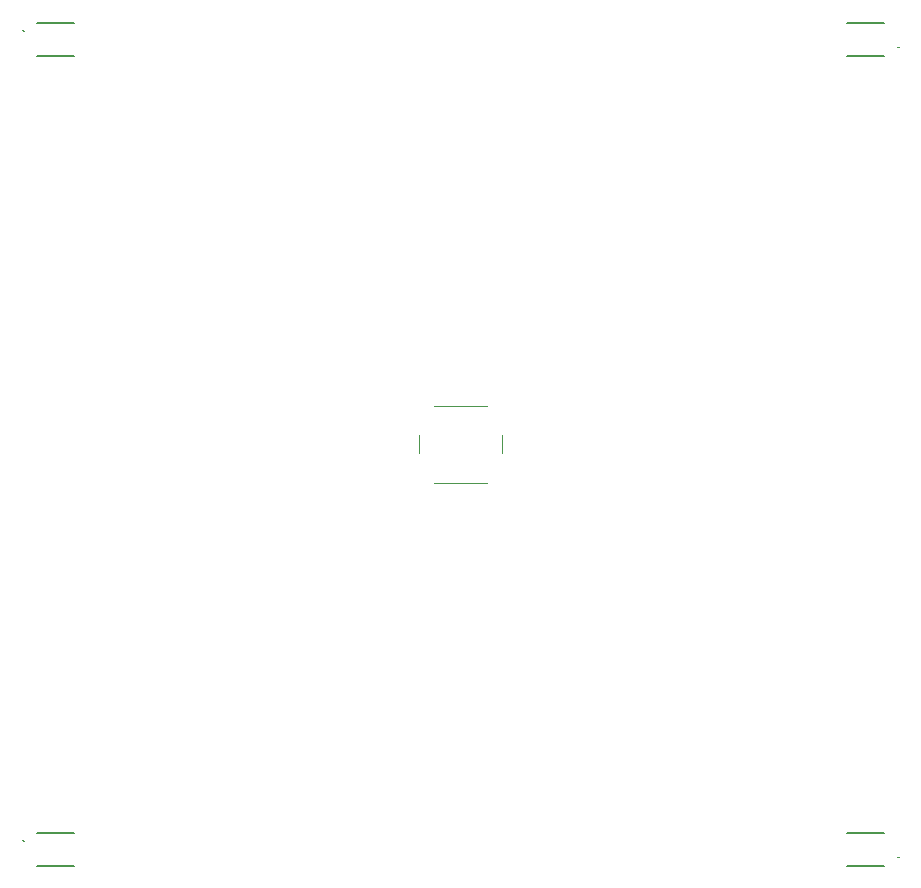
<source format=gbr>
%TF.GenerationSoftware,KiCad,Pcbnew,8.0.8*%
%TF.CreationDate,2025-06-01T20:52:10+02:00*%
%TF.ProjectId,DIYFAN_V1,44495946-414e-45f5-9631-2e6b69636164,rev?*%
%TF.SameCoordinates,Original*%
%TF.FileFunction,Legend,Bot*%
%TF.FilePolarity,Positive*%
%FSLAX46Y46*%
G04 Gerber Fmt 4.6, Leading zero omitted, Abs format (unit mm)*
G04 Created by KiCad (PCBNEW 8.0.8) date 2025-06-01 20:52:10*
%MOMM*%
%LPD*%
G01*
G04 APERTURE LIST*
%ADD10C,0.200000*%
%ADD11C,0.100000*%
%ADD12C,0.120000*%
G04 APERTURE END LIST*
D10*
%TO.C,D4*%
X165634000Y-120266000D02*
X162484000Y-120266000D01*
X165684000Y-123066000D02*
X162534000Y-123066000D01*
D11*
X166784000Y-122366000D02*
X166784000Y-122366000D01*
X166884000Y-122366000D02*
X166884000Y-122366000D01*
X166784000Y-122366000D02*
G75*
G02*
X166884000Y-122366000I50000J0D01*
G01*
X166884000Y-122366000D02*
G75*
G02*
X166784000Y-122366000I-50000J0D01*
G01*
D10*
%TO.C,D3*%
X165634000Y-51686000D02*
X162484000Y-51686000D01*
X165684000Y-54486000D02*
X162534000Y-54486000D01*
D11*
X166784000Y-53786000D02*
X166784000Y-53786000D01*
X166884000Y-53786000D02*
X166884000Y-53786000D01*
X166784000Y-53786000D02*
G75*
G02*
X166884000Y-53786000I50000J0D01*
G01*
X166884000Y-53786000D02*
G75*
G02*
X166784000Y-53786000I-50000J0D01*
G01*
D12*
%TO.C,SW1*%
X126294000Y-86626000D02*
X126294000Y-88126000D01*
X127544000Y-90626000D02*
X132044000Y-90626000D01*
X132044000Y-84126000D02*
X127544000Y-84126000D01*
X133294000Y-88126000D02*
X133294000Y-86626000D01*
D11*
%TO.C,D1*%
X92704000Y-120966000D02*
X92704000Y-120966000D01*
X92804000Y-120966000D02*
X92804000Y-120966000D01*
D10*
X93904000Y-120266000D02*
X97054000Y-120266000D01*
X93954000Y-123066000D02*
X97104000Y-123066000D01*
D11*
X92704000Y-120966000D02*
G75*
G02*
X92804000Y-120966000I50000J0D01*
G01*
X92804000Y-120966000D02*
G75*
G02*
X92704000Y-120966000I-50000J0D01*
G01*
%TO.C,D2*%
X92704000Y-52386000D02*
X92704000Y-52386000D01*
X92804000Y-52386000D02*
X92804000Y-52386000D01*
D10*
X93904000Y-51686000D02*
X97054000Y-51686000D01*
X93954000Y-54486000D02*
X97104000Y-54486000D01*
D11*
X92704000Y-52386000D02*
G75*
G02*
X92804000Y-52386000I50000J0D01*
G01*
X92804000Y-52386000D02*
G75*
G02*
X92704000Y-52386000I-50000J0D01*
G01*
%TD*%
M02*

</source>
